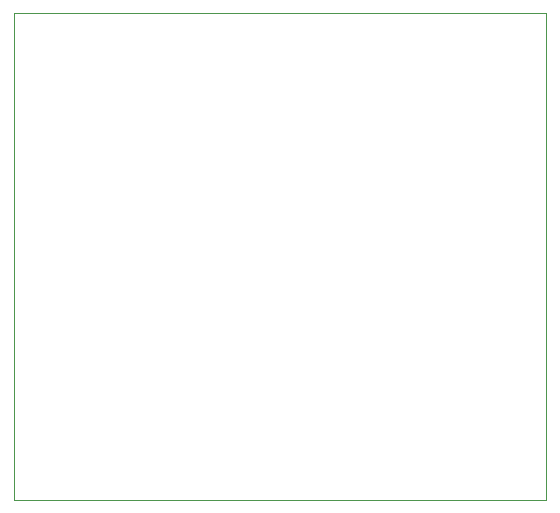
<source format=gbr>
%TF.GenerationSoftware,KiCad,Pcbnew,(6.0.11)*%
%TF.CreationDate,2023-03-20T00:38:49+01:00*%
%TF.ProjectId,prusa-lcd-reader-rounded,70727573-612d-46c6-9364-2d7265616465,rev?*%
%TF.SameCoordinates,Original*%
%TF.FileFunction,Profile,NP*%
%FSLAX46Y46*%
G04 Gerber Fmt 4.6, Leading zero omitted, Abs format (unit mm)*
G04 Created by KiCad (PCBNEW (6.0.11)) date 2023-03-20 00:38:49*
%MOMM*%
%LPD*%
G01*
G04 APERTURE LIST*
%TA.AperFunction,Profile*%
%ADD10C,0.100000*%
%TD*%
G04 APERTURE END LIST*
D10*
X113665000Y-64770000D02*
X158750000Y-64770000D01*
X158750000Y-64770000D02*
X158750000Y-106045000D01*
X158750000Y-106045000D02*
X113665000Y-106045000D01*
X113665000Y-106045000D02*
X113665000Y-64770000D01*
M02*

</source>
